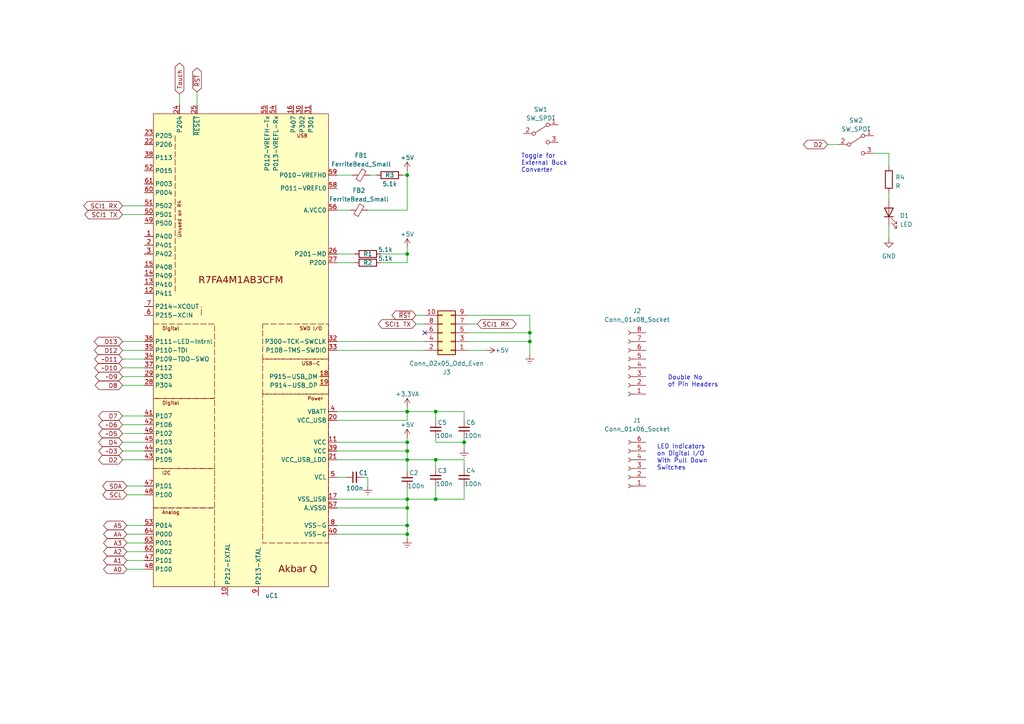
<source format=kicad_sch>
(kicad_sch (version 20250114) (generator "eeschema") (generator_version "9.0")
  (paper "A4")
  (title_block (title "Arduino Uno R4 Development Board") (date "2025-04-24") (rev "0.2") (company "Akbar Q Hardware Design") (comment 1 "WORK IN PROGRESS"))
  (lib_symbols
    (symbol "Connector:Conn_01x06_Socket" (pin_names (offset 1.016) (hide yes))
      (property "Reference" "J" (at 0 7.62 0))
      (property "Value" "Conn_01x06_Socket" (at 0 -10.16 0))
      (symbol "Conn_01x06_Socket_1_1"
        (polyline (pts (xy -1.27 5.08) (xy -0.508 5.08)) (stroke (width 0.1524)))
        (polyline (pts (xy -1.27 2.54) (xy -0.508 2.54)) (stroke (width 0.1524)))
        (polyline (pts (xy -1.27 0) (xy -0.508 0)) (stroke (width 0.1524)))
        (polyline (pts (xy -1.27 -2.54) (xy -0.508 -2.54)) (stroke (width 0.1524)))
        (polyline (pts (xy -1.27 -5.08) (xy -0.508 -5.08)) (stroke (width 0.1524)))
        (polyline (pts (xy -1.27 -7.62) (xy -0.508 -7.62)) (stroke (width 0.1524)))
        (arc (start 0 4.572) (mid -0.5058 5.08) (end 0 5.588) (stroke (width 0.1524)))
        (arc (start 0 2.032) (mid -0.5058 2.54) (end 0 3.048) (stroke (width 0.1524)))
        (arc (start 0 -0.508) (mid -0.5058 0) (end 0 0.508) (stroke (width 0.1524)))
        (arc (start 0 -3.048) (mid -0.5058 -2.54) (end 0 -2.032) (stroke (width 0.1524)))
        (arc (start 0 -5.588) (mid -0.5058 -5.08) (end 0 -4.572) (stroke (width 0.1524)))
        (arc (start 0 -8.128) (mid -0.5058 -7.62) (end 0 -7.112) (stroke (width 0.1524)))
        (pin passive line (at -5.08 5.08 0) (length 3.81) (name "Pin_1") (number "1"))
        (pin passive line (at -5.08 2.54 0) (length 3.81) (name "Pin_2") (number "2"))
        (pin passive line (at -5.08 0 0) (length 3.81) (name "Pin_3") (number "3"))
        (pin passive line (at -5.08 -2.54 0) (length 3.81) (name "Pin_4") (number "4"))
        (pin passive line (at -5.08 -5.08 0) (length 3.81) (name "Pin_5") (number "5"))
        (pin passive line (at -5.08 -7.62 0) (length 3.81) (name "Pin_6") (number "6"))
      )
    )
    (symbol "Connector:Conn_01x08_Socket" (pin_names (offset 1.016) (hide yes))
      (property "Reference" "J" (at 0 10.16 0))
      (property "Value" "Conn_01x08_Socket" (at 0 -12.7 0))
      (symbol "Conn_01x08_Socket_1_1"
        (polyline (pts (xy -1.27 7.62) (xy -0.508 7.62)) (stroke (width 0.1524)))
        (polyline (pts (xy -1.27 5.08) (xy -0.508 5.08)) (stroke (width 0.1524)))
        (polyline (pts (xy -1.27 2.54) (xy -0.508 2.54)) (stroke (width 0.1524)))
        (polyline (pts (xy -1.27 0) (xy -0.508 0)) (stroke (width 0.1524)))
        (polyline (pts (xy -1.27 -2.54) (xy -0.508 -2.54)) (stroke (width 0.1524)))
        (polyline (pts (xy -1.27 -5.08) (xy -0.508 -5.08)) (stroke (width 0.1524)))
        (polyline (pts (xy -1.27 -7.62) (xy -0.508 -7.62)) (stroke (width 0.1524)))
        (polyline (pts (xy -1.27 -10.16) (xy -0.508 -10.16)) (stroke (width 0.1524)))
        (arc (start 0 7.112) (mid -0.5058 7.62) (end 0 8.128) (stroke (width 0.1524)))
        (arc (start 0 4.572) (mid -0.5058 5.08) (end 0 5.588) (stroke (width 0.1524)))
        (arc (start 0 2.032) (mid -0.5058 2.54) (end 0 3.048) (stroke (width 0.1524)))
        (arc (start 0 -0.508) (mid -0.5058 0) (end 0 0.508) (stroke (width 0.1524)))
        (arc (start 0 -3.048) (mid -0.5058 -2.54) (end 0 -2.032) (stroke (width 0.1524)))
        (arc (start 0 -5.588) (mid -0.5058 -5.08) (end 0 -4.572) (stroke (width 0.1524)))
        (arc (start 0 -8.128) (mid -0.5058 -7.62) (end 0 -7.112) (stroke (width 0.1524)))
        (arc (start 0 -10.668) (mid -0.5058 -10.16) (end 0 -9.652) (stroke (width 0.1524)))
        (pin passive line (at -5.08 7.62 0) (length 3.81) (name "Pin_1") (number "1"))
        (pin passive line (at -5.08 5.08 0) (length 3.81) (name "Pin_2") (number "2"))
        (pin passive line (at -5.08 2.54 0) (length 3.81) (name "Pin_3") (number "3"))
        (pin passive line (at -5.08 0 0) (length 3.81) (name "Pin_4") (number "4"))
        (pin passive line (at -5.08 -2.54 0) (length 3.81) (name "Pin_5") (number "5"))
        (pin passive line (at -5.08 -5.08 0) (length 3.81) (name "Pin_6") (number "6"))
        (pin passive line (at -5.08 -7.62 0) (length 3.81) (name "Pin_7") (number "7"))
        (pin passive line (at -5.08 -10.16 0) (length 3.81) (name "Pin_8") (number "8"))
      )
    )
    (symbol "Connector_Generic:Conn_02x05_Odd_Even" (pin_names (offset 1.016) (hide yes))
      (property "Reference" "J" (at 1.27 7.62 0))
      (property "Value" "Conn_02x05_Odd_Even" (at 1.27 -7.62 0))
      (symbol "Conn_02x05_Odd_Even_1_1"
        (rectangle (start -1.27 6.35) (end 3.81 -6.35) (stroke (width 0.254)) (fill (type background)))
        (rectangle (start -1.27 5.207) (end 0 4.953) (stroke (width 0.1524)))
        (rectangle (start -1.27 2.667) (end 0 2.413) (stroke (width 0.1524)))
        (rectangle (start -1.27 0.127) (end 0 -0.127) (stroke (width 0.1524)))
        (rectangle (start -1.27 -2.413) (end 0 -2.667) (stroke (width 0.1524)))
        (rectangle (start -1.27 -4.953) (end 0 -5.207) (stroke (width 0.1524)))
        (rectangle (start 3.81 5.207) (end 2.54 4.953) (stroke (width 0.1524)))
        (rectangle (start 3.81 2.667) (end 2.54 2.413) (stroke (width 0.1524)))
        (rectangle (start 3.81 0.127) (end 2.54 -0.127) (stroke (width 0.1524)))
        (rectangle (start 3.81 -2.413) (end 2.54 -2.667) (stroke (width 0.1524)))
        (rectangle (start 3.81 -4.953) (end 2.54 -5.207) (stroke (width 0.1524)))
        (pin passive line (at -5.08 5.08 0) (length 3.81) (name "Pin_1") (number "1"))
        (pin passive line (at -5.08 2.54 0) (length 3.81) (name "Pin_3") (number "3"))
        (pin passive line (at -5.08 0 0) (length 3.81) (name "Pin_5") (number "5"))
        (pin passive line (at -5.08 -2.54 0) (length 3.81) (name "Pin_7") (number "7"))
        (pin passive line (at -5.08 -5.08 0) (length 3.81) (name "Pin_9") (number "9"))
        (pin passive line (at 7.62 5.08 180) (length 3.81) (name "Pin_2") (number "2"))
        (pin passive line (at 7.62 2.54 180) (length 3.81) (name "Pin_4") (number "4"))
        (pin passive line (at 7.62 0 180) (length 3.81) (name "Pin_6") (number "6"))
        (pin passive line (at 7.62 -2.54 180) (length 3.81) (name "Pin_8") (number "8"))
        (pin passive line (at 7.62 -5.08 180) (length 3.81) (name "Pin_10") (number "10"))
      )
    )
    (symbol "CustomLib:R7FA4M1AB3CFM-UnoR4b"
      (property "Reference" "uC" (at 1.27 20.32 0))
      (symbol "R7FA4M1AB3CFM-UnoR4b_1_0"
        (pin bidirectional line (at -27.94 58.42 0) (length 2.54) (name "P205") (number "23"))
        (pin bidirectional line (at -27.94 55.88 0) (length 2.54) (name "P206") (number "22"))
        (pin bidirectional line (at -27.94 52.07 0) (length 2.54) (name "P113") (number "38"))
        (pin bidirectional line (at -27.94 48.26 0) (length 2.54) (name "P015") (number "52"))
        (pin bidirectional line (at -27.94 44.45 0) (length 2.54) (name "P003") (number "61"))
        (pin bidirectional line (at -27.94 41.91 0) (length 2.54) (name "P004") (number "60"))
        (pin bidirectional line (at -27.94 38.1 0) (length 2.54) (name "P502") (number "51"))
        (pin bidirectional line (at -27.94 35.56 0) (length 2.54) (name "P501") (number "50"))
        (pin bidirectional line (at -27.94 33.02 0) (length 2.54) (name "P500") (number "49"))
        (pin bidirectional line (at -27.94 29.21 0) (length 2.54) (name "P400") (number "1"))
        (pin bidirectional line (at -27.94 26.67 0) (length 2.54) (name "P401") (number "2"))
        (pin bidirectional line (at -27.94 24.13 0) (length 2.54) (name "P402") (number "3"))
        (pin bidirectional line (at -27.94 20.32 0) (length 2.54) (name "P408") (number "15"))
        (pin bidirectional line (at -27.94 17.78 0) (length 2.54) (name "P409") (number "14"))
        (pin bidirectional line (at -27.94 15.24 0) (length 2.54) (name "P410") (number "13"))
        (pin bidirectional line (at -27.94 12.7 0) (length 2.54) (name "P411") (number "12"))
        (pin bidirectional line (at -27.94 8.89 0) (length 2.54) (name "P214-XCOUT") (number "7"))
        (pin bidirectional line (at -27.94 6.35 0) (length 2.54) (name "P215-XCIN") (number "6"))
        (pin bidirectional line (at -27.94 -1.27 0) (length 2.54) (name "P111-LED-Intrnl") (number "36"))
        (pin bidirectional line (at -27.94 -3.81 0) (length 2.54) (name "P110-TDI") (number "35"))
        (pin bidirectional line (at -27.94 -6.35 0) (length 2.54) (name "P109-TDO-SWO") (number "34"))
        (pin bidirectional line (at -27.94 -8.89 0) (length 2.54) (name "P112") (number "37"))
        (pin bidirectional line (at -27.94 -11.43 0) (length 2.54) (name "P303") (number "29"))
        (pin bidirectional line (at -27.94 -13.97 0) (length 2.54) (name "P304") (number "28"))
        (pin bidirectional line (at -27.94 -22.86 0) (length 2.54) (name "P107") (number "41"))
        (pin bidirectional line (at -27.94 -25.4 0) (length 2.54) (name "P106") (number "42"))
        (pin bidirectional line (at -27.94 -27.94 0) (length 2.54) (name "P102") (number "46"))
        (pin bidirectional line (at -27.94 -30.48 0) (length 2.54) (name "P103") (number "45"))
        (pin bidirectional line (at -27.94 -33.02 0) (length 2.54) (name "P104") (number "44"))
        (pin bidirectional line (at -27.94 -35.56 0) (length 2.54) (name "P105") (number "43"))
        (pin bidirectional line (at -27.94 -43.18 0) (length 2.54) (name "P101") (number "47"))
        (pin bidirectional line (at -27.94 -45.72 0) (length 2.54) (name "P100") (number "48"))
        (pin bidirectional line (at -27.94 -54.61 0) (length 2.54) (name "P014") (number "53"))
        (pin bidirectional line (at -27.94 -64.77 0) (length 2.54) (name "P101") (number "47"))
        (pin bidirectional line (at -27.94 -67.31 0) (length 2.54) (name "P100") (number "48"))
        (pin bidirectional line (at -17.78 67.31 270) (length 2.54) (name "P204") (number "24"))
        (pin bidirectional line (at -12.7 67.31 270) (length 2.54) (name "~{RESET}") (number "25"))
        (pin bidirectional line (at -3.81 -74.93 90) (length 2.54) (name "P212-EXTAL") (number "10"))
        (pin bidirectional line (at 5.08 -74.93 90) (length 2.54) (name "P213-XTAL") (number "9"))
        (pin bidirectional line (at 7.62 67.31 270) (length 2.54) (name "P012-VREFH-Tx") (number "55"))
        (pin bidirectional line (at 10.16 67.31 270) (length 2.54) (name "P013-VREFL-Rx") (number "54"))
        (pin bidirectional line (at 15.24 67.31 270) (length 2.54) (name "P407") (number "16"))
        (pin bidirectional line (at 17.78 67.31 270) (length 2.54) (name "P302") (number "30"))
        (pin bidirectional line (at 20.32 67.31 270) (length 2.54) (name "P301") (number "31"))
        (pin bidirectional line (at 25.4 -11.43 180) (length 2.54) (name "P915-USB_DM") (number "18"))
        (pin bidirectional line (at 25.4 -13.97 180) (length 2.54) (name "P914-USB_DP") (number "19"))
        (pin bidirectional line (at 27.94 46.99 180) (length 2.54) (name "P010-VREFH0") (number "59"))
        (pin bidirectional line (at 27.94 43.18 180) (length 2.54) (name "P011-VREFL0") (number "58"))
        (pin bidirectional line (at 27.94 36.83 180) (length 2.54) (name "A.VCC0") (number "56"))
        (pin bidirectional line (at 27.94 24.13 180) (length 2.54) (name "P201-MD") (number "26"))
        (pin bidirectional line (at 27.94 21.59 180) (length 2.54) (name "P200") (number "27"))
        (pin bidirectional line (at 27.94 -1.27 180) (length 2.54) (name "P300-TCK-SWCLK") (number "32"))
        (pin bidirectional line (at 27.94 -3.81 180) (length 2.54) (name "P108-TMS-SWDIO") (number "33"))
        (pin power_in line (at 27.94 -21.59 180) (length 2.54) (name "VBATT") (number "4"))
        (pin bidirectional line (at 27.94 -24.13 180) (length 2.54) (name "VCC_USB") (number "20"))
        (pin power_in line (at 27.94 -30.48 180) (length 2.54) (name "VCC") (number "11"))
        (pin power_out line (at 27.94 -33.02 180) (length 2.54) (name "VCC") (number "39"))
        (pin bidirectional line (at 27.94 -35.56 180) (length 2.54) (name "VCC_USB_LDO") (number "21"))
        (pin power_in line (at 27.94 -40.64 180) (length 2.54) (name "VCL") (number "5"))
        (pin bidirectional line (at 27.94 -46.99 180) (length 2.54) (name "VSS_USB") (number "17"))
        (pin bidirectional line (at 27.94 -49.53 180) (length 2.54) (name "A.VSS0") (number "57"))
        (pin power_out line (at 27.94 -54.61 180) (length 2.54) (name "VSS-G") (number "8"))
        (pin bidirectional line (at 27.94 -57.15 180) (length 2.54) (name "VSS-G") (number "40"))
      )
      (symbol "R7FA4M1AB3CFM-UnoR4b_1_1"
        (rectangle (start -25.4 64.77) (end 25.4 -72.39) (fill (type background)))
        (rectangle (start -25.4 3.81) (end -7.62 -17.78) (stroke (width 0) (type dash)))
        (rectangle (start -25.4 -17.78) (end -7.62 -38.1) (stroke (width 0) (type dash)))
        (rectangle (start -25.4 -38.1) (end -7.62 -49.53) (stroke (width 0) (type dash)))
        (rectangle (start -25.4 -49.53) (end -7.62 -72.39) (stroke (width 0) (type dash)))
        (polyline (pts (xy -19.05 58.42) (xy -19.05 12.7) (xy -19.05 12.7)))
        (polyline (pts (xy -11.43 6.35) (xy -11.43 8.89)))
        (rectangle (start 6.35 3.81) (end 25.4 -6.35) (stroke (width 0) (type dash)))
        (rectangle (start 6.35 -6.35) (end 25.4 -16.51) (stroke (width 0) (type dash)))
        (rectangle (start 6.35 -16.51) (end 25.4 -59.69) (stroke (width 0) (type dash)))
        (text "I2C\n" (at -21.59 -39.37 0) (effects (font (size 1 1))))
        (text "Digital" (at -20.32 2.54 0) (effects (font (size 1 1))))
        (text "Digital" (at -20.32 -19.05 0) (effects (font (size 1 1))))
        (text "Analog" (at -20.32 -50.8 0) (effects (font (size 1 1))))
        (text "Unused on R4" (at -17.78 34.29 900) (effects (font (size 1 1))))
        (text "R7FA4M1AB3CFM" (at 0 16.51 0) (effects (font (size 2 2))))
        (text "Akbar Q" (at 16.51 -67.31 0) (effects (font (size 2 2))))
        (text "USB" (at 17.78 58.42 0) (effects (font (size 1 1))))
        (text "SWD I/O" (at 20.32 2.54 0) (effects (font (size 1 1))))
        (text "USB-C" (at 20.32 -7.62 0) (effects (font (size 1 1))))
        (text "Power" (at 21.59 -17.78 0) (effects (font (size 1 1))))
        (pin bidirectional line (at -27.94 -57.15 0) (length 2.54) (name "P000") (number "64"))
        (pin bidirectional line (at -27.94 -59.69 0) (length 2.54) (name "P001") (number "63"))
        (pin bidirectional line (at -27.94 -62.23 0) (length 2.54) (name "P002") (number "62"))
      )
    )
    (symbol "Device:C_Small" (pin_numbers (hide yes)) (pin_names (offset 0.254) (hide yes))
      (property "Reference" "C" (at 0.254 1.778 0))
      (property "Value" "C_Small" (at 0.254 -2.032 0))
      (symbol "C_Small_0_1"
        (polyline (pts (xy -1.524 0.508) (xy 1.524 0.508)) (stroke (width 0.3048)))
        (polyline (pts (xy -1.524 -0.508) (xy 1.524 -0.508)) (stroke (width 0.3302)))
      )
      (symbol "C_Small_1_1"
        (pin passive line (at 0 2.54 270) (length 2.032) (name "~") (number "1"))
        (pin passive line (at 0 -2.54 90) (length 2.032) (name "~") (number "2"))
      )
    )
    (symbol "Device:FerriteBead_Small" (pin_numbers (hide yes)) (pin_names (offset 0))
      (property "Reference" "FB" (at 1.905 1.27 0))
      (property "Value" "FerriteBead_Small" (at 1.905 -1.27 0))
      (symbol "FerriteBead_Small_0_1"
        (polyline (pts (xy -1.8288 0.2794) (xy -1.1176 1.4986) (xy 1.8288 -0.2032) (xy 1.1176 -1.4224) (xy -1.8288 0.2794)))
        (polyline (pts (xy 0 0.889) (xy 0 1.2954)))
        (polyline (pts (xy 0 -1.27) (xy 0 -0.7874)))
      )
      (symbol "FerriteBead_Small_1_1"
        (pin passive line (at 0 2.54 270) (length 1.27) (name "~") (number "1"))
        (pin passive line (at 0 -2.54 90) (length 1.27) (name "~") (number "2"))
      )
    )
    (symbol "Device:LED" (pin_numbers (hide yes)) (pin_names (offset 1.016) (hide yes))
      (property "Reference" "D" (at 0 2.54 0))
      (property "Value" "LED" (at 0 -2.54 0))
      (symbol "LED_0_1"
        (polyline (pts (xy -3.048 -0.762) (xy -4.572 -2.286) (xy -3.81 -2.286) (xy -4.572 -2.286) (xy -4.572 -1.524)))
        (polyline (pts (xy -1.778 -0.762) (xy -3.302 -2.286) (xy -2.54 -2.286) (xy -3.302 -2.286) (xy -3.302 -1.524)))
        (polyline (pts (xy -1.27 0) (xy 1.27 0)))
        (polyline (pts (xy -1.27 -1.27) (xy -1.27 1.27)) (stroke (width 0.254)))
        (polyline (pts (xy 1.27 -1.27) (xy 1.27 1.27) (xy -1.27 0) (xy 1.27 -1.27)) (stroke (width 0.254)))
      )
      (symbol "LED_1_1"
        (pin passive line (at -3.81 0 0) (length 2.54) (name "K") (number "1"))
        (pin passive line (at 3.81 0 180) (length 2.54) (name "A") (number "2"))
      )
    )
    (symbol "Device:R" (pin_numbers (hide yes)) (pin_names (offset 0))
      (property "Reference" "R" (at 2.032 0 90))
      (property "Value" "R" (at 0 0 90))
      (symbol "R_0_1"
        (rectangle (start -1.016 -2.54) (end 1.016 2.54) (stroke (width 0.254)))
      )
      (symbol "R_1_1"
        (pin passive line (at 0 3.81 270) (length 1.27) (name "~") (number "1"))
        (pin passive line (at 0 -3.81 90) (length 1.27) (name "~") (number "2"))
      )
    )
    (symbol "Switch:SW_SPDT" (pin_names (offset 0) (hide yes))
      (property "Reference" "SW" (at 0 4.318 0))
      (property "Value" "SW_SPDT" (at 0 -5.08 0))
      (symbol "SW_SPDT_0_0"
        (circle (center -2.032 0) (radius 0.508))
        (circle (center 2.032 -2.54) (radius 0.508))
      )
      (symbol "SW_SPDT_0_1"
        (polyline (pts (xy -1.524 0.254) (xy 1.651 2.286)))
        (circle (center 2.032 2.54) (radius 0.508))
      )
      (symbol "SW_SPDT_1_1"
        (pin passive line (at -5.08 0 0) (length 2.54) (name "B") (number "2"))
        (pin passive line (at 5.08 2.54 180) (length 2.54) (name "A") (number "1"))
        (pin passive line (at 5.08 -2.54 180) (length 2.54) (name "C") (number "3"))
      )
    )
    (symbol "power:+3.3VA" (power) (pin_names (offset 0))
      (property "Value" "+3.3VA" (at 0 3.556 0))
      (symbol "+3.3VA_0_1"
        (polyline (pts (xy -0.762 1.27) (xy 0 2.54)))
        (polyline (pts (xy 0 2.54) (xy 0.762 1.27)))
        (polyline (pts (xy 0 0) (xy 0 2.54)))
      )
      (symbol "+3.3VA_1_1"
        (pin power_in line (at 0 0 90) (length 0) (hide yes) (name "+3.3VA") (number "1"))
      )
    )
    (symbol "power:+5V" (power) (pin_names (offset 0))
      (property "Value" "+5V" (at 0 3.556 0))
      (symbol "+5V_0_1"
        (polyline (pts (xy -0.762 1.27) (xy 0 2.54)))
        (polyline (pts (xy 0 2.54) (xy 0.762 1.27)))
        (polyline (pts (xy 0 0) (xy 0 2.54)))
      )
      (symbol "+5V_1_1"
        (pin power_in line (at 0 0 90) (length 0) (hide yes) (name "+5V") (number "1"))
      )
    )
    (symbol "power:Earth" (power) (pin_names (offset 0))
      (symbol "Earth_0_1"
        (polyline (pts (xy -0.635 -1.905) (xy 0.635 -1.905)))
        (polyline (pts (xy -0.127 -2.54) (xy 0.127 -2.54)))
        (polyline (pts (xy 0 -1.27) (xy 0 0)))
        (polyline (pts (xy 1.27 -1.27) (xy -1.27 -1.27)))
      )
      (symbol "Earth_1_1"
        (pin power_in line (at 0 0 270) (length 0) (hide yes) (name "Earth") (number "1"))
      )
    )
    (symbol "power:GND" (power) (pin_names (offset 0))
      (property "Value" "GND" (at 0 -3.81 0))
      (symbol "GND_0_1"
        (polyline (pts (xy 0 0) (xy 0 -1.27) (xy 1.27 -1.27) (xy 0 -2.54) (xy -1.27 -1.27) (xy 0 -1.27)))
      )
      (symbol "GND_1_1"
        (pin power_in line (at 0 0 270) (length 0) (hide yes) (name "GND") (number "1"))
      )
    )
  )
  (text "Toggle for\nExternal Buck\nConverter" (at 151.13 50.165 0) (effects (font (size 1.27 1.27)) (justify left bottom)))
  (text "Double No\nof Pin Headers" (at 193.675 112.395 0) (effects (font (size 1.27 1.27)) (justify left bottom)))
  (text "LED Indicators\non Digital I/O\nWith Pull Down\nSwitches" (at 190.5 136.525 0) (effects (font (size 1.27 1.27)) (justify left bottom)))
  (junction (at 118.11 130.81))
  (junction (at 126.365 119.38))
  (junction (at 134.62 128.27))
  (junction (at 118.11 152.4))
  (junction (at 118.11 133.35))
  (junction (at 118.11 144.78))
  (junction (at 118.11 73.66))
  (junction (at 118.11 147.32))
  (junction (at 126.365 133.35))
  (junction (at 153.67 96.52))
  (junction (at 118.11 119.38))
  (junction (at 118.11 50.8))
  (junction (at 153.67 99.06))
  (junction (at 118.11 154.94))
  (junction (at 118.11 128.27))
  (junction (at 126.365 144.78))
  (no_connect (at 123.19 96.52))
  (wire (pts (xy 52.07 27.305) (xy 52.07 30.48)))
  (wire (pts (xy 97.79 128.27) (xy 118.11 128.27)))
  (wire (pts (xy 35.56 133.35) (xy 41.91 133.35)))
  (wire (pts (xy 35.56 104.14) (xy 41.91 104.14)))
  (wire (pts (xy 35.56 130.81) (xy 41.91 130.81)))
  (wire (pts (xy 126.365 144.78) (xy 118.11 144.78)))
  (wire (pts (xy 118.11 144.78) (xy 118.11 147.32)))
  (wire (pts (xy 134.62 128.27) (xy 134.62 130.175)))
  (wire (pts (xy 97.79 154.94) (xy 118.11 154.94)))
  (wire (pts (xy 106.68 60.96) (xy 118.11 60.96)))
  (wire (pts (xy 135.89 93.98) (xy 138.43 93.98)))
  (wire (pts (xy 35.56 128.27) (xy 41.91 128.27)))
  (wire (pts (xy 97.79 119.38) (xy 118.11 119.38)))
  (wire (pts (xy 118.11 128.27) (xy 118.11 127)))
  (wire (pts (xy 135.89 101.6) (xy 140.97 101.6)))
  (wire (pts (xy 97.79 60.96) (xy 101.6 60.96)))
  (wire (pts (xy 97.79 144.78) (xy 118.11 144.78)))
  (wire (pts (xy 35.56 120.65) (xy 41.91 120.65)))
  (wire (pts (xy 35.56 109.22) (xy 41.91 109.22)))
  (wire (pts (xy 118.11 141.605) (xy 118.11 144.78)))
  (wire (pts (xy 134.62 135.89) (xy 134.62 133.35)))
  (wire (pts (xy 118.11 60.96) (xy 118.11 50.8)))
  (wire (pts (xy 118.11 49.53) (xy 118.11 50.8)))
  (wire (pts (xy 257.81 48.26) (xy 257.81 44.45)))
  (wire (pts (xy 135.89 91.44) (xy 153.67 91.44)))
  (wire (pts (xy 257.81 65.405) (xy 257.81 69.215)))
  (wire (pts (xy 153.67 96.52) (xy 153.67 99.06)))
  (wire (pts (xy 257.81 55.88) (xy 257.81 57.785)))
  (wire (pts (xy 134.62 144.78) (xy 126.365 144.78)))
  (wire (pts (xy 35.56 111.76) (xy 41.91 111.76)))
  (wire (pts (xy 97.79 76.2) (xy 102.87 76.2)))
  (wire (pts (xy 97.79 99.06) (xy 123.19 99.06)))
  (wire (pts (xy 97.79 138.43) (xy 100.33 138.43)))
  (wire (pts (xy 134.62 140.97) (xy 134.62 144.78)))
  (wire (pts (xy 240.03 41.91) (xy 243.205 41.91)))
  (wire (pts (xy 36.83 162.56) (xy 41.91 162.56)))
  (wire (pts (xy 35.56 101.6) (xy 41.91 101.6)))
  (wire (pts (xy 97.79 133.35) (xy 118.11 133.35)))
  (wire (pts (xy 134.62 127) (xy 134.62 128.27)))
  (wire (pts (xy 118.11 152.4) (xy 118.11 154.94)))
  (wire (pts (xy 116.84 50.8) (xy 118.11 50.8)))
  (wire (pts (xy 36.83 154.94) (xy 41.91 154.94)))
  (wire (pts (xy 126.365 128.27) (xy 134.62 128.27)))
  (wire (pts (xy 36.83 140.97) (xy 41.91 140.97)))
  (wire (pts (xy 57.15 26.67) (xy 57.15 30.48)))
  (wire (pts (xy 97.79 130.81) (xy 118.11 130.81)))
  (wire (pts (xy 118.11 118.11) (xy 118.11 119.38)))
  (wire (pts (xy 120.65 93.98) (xy 123.19 93.98)))
  (wire (pts (xy 97.79 73.66) (xy 102.87 73.66)))
  (wire (pts (xy 118.11 119.38) (xy 118.11 121.92)))
  (wire (pts (xy 126.365 133.35) (xy 126.365 135.89)))
  (wire (pts (xy 36.83 157.48) (xy 41.91 157.48)))
  (wire (pts (xy 118.11 133.35) (xy 118.11 130.81)))
  (wire (pts (xy 36.83 152.4) (xy 41.91 152.4)))
  (wire (pts (xy 110.49 76.2) (xy 118.11 76.2)))
  (wire (pts (xy 35.56 106.68) (xy 41.91 106.68)))
  (wire (pts (xy 118.11 73.66) (xy 118.11 76.2)))
  (wire (pts (xy 110.49 73.66) (xy 118.11 73.66)))
  (wire (pts (xy 35.56 99.06) (xy 41.91 99.06)))
  (wire (pts (xy 97.79 152.4) (xy 118.11 152.4)))
  (wire (pts (xy 153.67 91.44) (xy 153.67 96.52)))
  (wire (pts (xy 126.365 140.97) (xy 126.365 144.78)))
  (wire (pts (xy 36.83 165.1) (xy 41.91 165.1)))
  (wire (pts (xy 118.11 71.755) (xy 118.11 73.66)))
  (wire (pts (xy 257.81 44.45) (xy 253.365 44.45)))
  (wire (pts (xy 126.365 119.38) (xy 118.11 119.38)))
  (wire (pts (xy 126.365 121.92) (xy 126.365 119.38)))
  (wire (pts (xy 97.79 50.8) (xy 102.235 50.8)))
  (wire (pts (xy 36.83 143.51) (xy 41.91 143.51)))
  (wire (pts (xy 120.65 91.44) (xy 123.19 91.44)))
  (wire (pts (xy 118.11 154.94) (xy 118.11 156.21)))
  (wire (pts (xy 135.89 96.52) (xy 153.67 96.52)))
  (wire (pts (xy 126.365 133.35) (xy 118.11 133.35)))
  (wire (pts (xy 105.41 138.43) (xy 106.68 138.43)))
  (wire (pts (xy 153.67 99.06) (xy 153.67 102.87)))
  (wire (pts (xy 118.11 133.35) (xy 118.11 136.525)))
  (wire (pts (xy 126.365 127) (xy 126.365 128.27)))
  (wire (pts (xy 97.79 101.6) (xy 123.19 101.6)))
  (wire (pts (xy 134.62 121.92) (xy 134.62 119.38)))
  (wire (pts (xy 118.11 147.32) (xy 118.11 152.4)))
  (wire (pts (xy 106.68 138.43) (xy 106.68 140.97)))
  (wire (pts (xy 36.83 160.02) (xy 41.91 160.02)))
  (wire (pts (xy 35.56 123.19) (xy 41.91 123.19)))
  (wire (pts (xy 35.56 125.73) (xy 41.91 125.73)))
  (wire (pts (xy 134.62 119.38) (xy 126.365 119.38)))
  (wire (pts (xy 118.11 130.81) (xy 118.11 128.27)))
  (wire (pts (xy 107.315 50.8) (xy 109.22 50.8)))
  (wire (pts (xy 97.79 147.32) (xy 118.11 147.32)))
  (wire (pts (xy 134.62 133.35) (xy 126.365 133.35)))
  (wire (pts (xy 97.79 121.92) (xy 118.11 121.92)))
  (wire (pts (xy 135.89 99.06) (xy 153.67 99.06)))
  (wire (pts (xy 35.56 62.23) (xy 41.91 62.23)))
  (wire (pts (xy 35.56 59.69) (xy 41.91 59.69)))
  (global_label "~{RST}" (shape bidirectional) (at 120.65 91.44 180) (property "Intersheetrefs" "${INTERSHEET_REFS}" (effects (hide yes))))
  (global_label " D13" (shape bidirectional) (at 35.56 99.06 180) (property "Intersheetrefs" "${INTERSHEET_REFS}" (effects (hide yes))))
  (global_label " A4" (shape bidirectional) (at 36.83 154.94 180) (property "Intersheetrefs" "${INTERSHEET_REFS}" (effects (hide yes))))
  (global_label " D4" (shape bidirectional) (at 35.56 128.27 180) (property "Intersheetrefs" "${INTERSHEET_REFS}" (effects (hide yes))))
  (global_label "SCI1 TX" (shape bidirectional) (at 35.56 62.23 180) (property "Intersheetrefs" "${INTERSHEET_REFS}" (effects (hide yes))))
  (global_label "SCI1 TX" (shape bidirectional) (at 120.65 93.98 180) (property "Intersheetrefs" "${INTERSHEET_REFS}" (effects (hide yes))))
  (global_label " A0" (shape bidirectional) (at 36.83 165.1 180) (property "Intersheetrefs" "${INTERSHEET_REFS}" (effects (hide yes))))
  (global_label "Touch" (shape bidirectional) (at 52.07 27.305 90) (property "Intersheetrefs" "${INTERSHEET_REFS}" (effects (hide yes))))
  (global_label "~D11" (shape bidirectional) (at 35.56 104.14 180) (property "Intersheetrefs" "${INTERSHEET_REFS}" (effects (hide yes))))
  (global_label "~D6" (shape bidirectional) (at 35.56 123.19 180) (property "Intersheetrefs" "${INTERSHEET_REFS}" (effects (hide yes))))
  (global_label " D7" (shape bidirectional) (at 35.56 120.65 180) (property "Intersheetrefs" "${INTERSHEET_REFS}" (effects (hide yes))))
  (global_label "~{RST}" (shape bidirectional) (at 57.15 26.67 90) (property "Intersheetrefs" "${INTERSHEET_REFS}" (effects (hide yes))))
  (global_label "  D8" (shape bidirectional) (at 35.56 111.76 180) (property "Intersheetrefs" "${INTERSHEET_REFS}" (effects (hide yes))))
  (global_label "SCI1 RX" (shape bidirectional) (at 35.56 59.69 180) (property "Intersheetrefs" "${INTERSHEET_REFS}" (effects (hide yes))))
  (global_label " D2" (shape bidirectional) (at 240.03 41.91 180) (property "Intersheetrefs" "${INTERSHEET_REFS}" (effects (hide yes))))
  (global_label "~D10" (shape bidirectional) (at 35.56 106.68 180) (property "Intersheetrefs" "${INTERSHEET_REFS}" (effects (hide yes))))
  (global_label "SDA" (shape bidirectional) (at 36.83 140.97 180) (property "Intersheetrefs" "${INTERSHEET_REFS}" (effects (hide yes))))
  (global_label "~D3" (shape bidirectional) (at 35.56 130.81 180) (property "Intersheetrefs" "${INTERSHEET_REFS}" (effects (hide yes))))
  (global_label " D2" (shape bidirectional) (at 35.56 133.35 180) (property "Intersheetrefs" "${INTERSHEET_REFS}" (effects (hide yes))))
  (global_label "~D5" (shape bidirectional) (at 35.56 125.73 180) (property "Intersheetrefs" "${INTERSHEET_REFS}" (effects (hide yes))))
  (global_label "SCL" (shape bidirectional) (at 36.83 143.51 180) (property "Intersheetrefs" "${INTERSHEET_REFS}" (effects (hide yes))))
  (global_label " A1" (shape bidirectional) (at 36.83 162.56 180) (property "Intersheetrefs" "${INTERSHEET_REFS}" (effects (hide yes))))
  (global_label " A3" (shape bidirectional) (at 36.83 157.48 180) (property "Intersheetrefs" "${INTERSHEET_REFS}" (effects (hide yes))))
  (global_label "SCI1 RX" (shape bidirectional) (at 138.43 93.98 0) (property "Intersheetrefs" "${INTERSHEET_REFS}" (effects (hide yes))))
  (global_label " ~D9" (shape bidirectional) (at 35.56 109.22 180) (property "Intersheetrefs" "${INTERSHEET_REFS}" (effects (hide yes))))
  (global_label " A2" (shape bidirectional) (at 36.83 160.02 180) (property "Intersheetrefs" "${INTERSHEET_REFS}" (effects (hide yes))))
  (global_label " A5" (shape bidirectional) (at 36.83 152.4 180) (property "Intersheetrefs" "${INTERSHEET_REFS}" (effects (hide yes))))
  (global_label " D12" (shape bidirectional) (at 35.56 101.6 180) (property "Intersheetrefs" "${INTERSHEET_REFS}" (effects (hide yes))))
  (symbol (lib_id "power:Earth") (at 134.62 130.175 0) (unit 1)
    (property "Reference" "#PWR09" (effects (hide yes)))
    (property "Value" "Earth" (effects (hide yes)))
  )
  (symbol (lib_id "Connector:Conn_01x08_Socket") (at 182.245 106.68 180) (unit 1)
    (property "Reference" "J2" (at 184.785 90.17 0))
    (property "Value" "Conn_01x08_Socket" (at 184.785 92.71 0))
    (property "Footprint" "Connector_PinHeader_2.54mm:PinHeader_1x08_P2.54mm_Vertical" (effects (hide yes)))
  )
  (symbol (lib_id "Device:C_Small") (at 134.62 138.43 180) (unit 1)
    (property "Reference" "C4" (at 136.525 136.525 0))
    (property "Value" "100n" (at 137.16 140.335 0))
  )
  (symbol (lib_id "Device:C_Small") (at 126.365 124.46 180) (unit 1)
    (property "Reference" "C5" (at 128.27 122.555 0))
    (property "Value" "100n" (at 128.905 126.365 0))
  )
  (symbol (lib_id "power:+5V") (at 140.97 101.6 270) (unit 1)
    (property "Reference" "#PWR02" (effects (hide yes)))
    (property "Value" "+5V" (at 143.51 101.6 90) (effects (justify left)))
  )
  (symbol (lib_id "Device:C_Small") (at 126.365 138.43 180) (unit 1)
    (property "Reference" "C3" (at 128.27 136.525 0))
    (property "Value" "100n" (at 128.905 140.335 0))
  )
  (symbol (lib_id "Switch:SW_SPDT") (at 156.845 38.735 0) (unit 1)
    (property "Reference" "SW1" (at 156.845 31.75 0))
    (property "Value" "SW_SPDT" (at 156.845 34.29 0))
  )
  (symbol (lib_id "power:GND") (at 257.81 69.215 0) (unit 1)
    (property "Reference" "#PWR010" (effects (hide yes)))
    (property "Value" "GND" (at 257.81 74.295 0))
  )
  (symbol (lib_id "power:Earth") (at 118.11 156.21 0) (unit 1)
    (property "Reference" "#PWR03" (effects (hide yes)))
    (property "Value" "Earth" (effects (hide yes)))
  )
  (symbol (lib_id "Connector:Conn_01x06_Socket") (at 182.245 135.89 180) (unit 1)
    (property "Reference" "J1" (at 184.785 121.92 0))
    (property "Value" "Conn_01x06_Socket" (at 184.785 124.46 0))
    (property "Footprint" "Connector_PinSocket_2.54mm:PinSocket_1x06_P2.54mm_Vertical" (effects (hide yes)))
  )
  (symbol (lib_id "Device:C_Small") (at 118.11 139.065 180) (unit 1)
    (property "Reference" "C2" (at 120.015 137.16 0))
    (property "Value" "100n" (at 120.65 140.97 0))
  )
  (symbol (lib_id "Device:R") (at 113.03 50.8 90) (unit 1)
    (property "Reference" "R3" (at 113.03 50.8 90))
    (property "Value" "5.1k" (at 113.03 53.34 90))
  )
  (symbol (lib_id "CustomLib:R7FA4M1AB3CFM-UnoR4b") (at 69.85 97.79 0) (unit 1) (exclude_from_sim yes)
    (property "Reference" "uC1" (at 76.8859 172.72 0) (effects (justify left)))
    (property "Value" "R7FA4M1AB3CFM" (effects (hide yes)))
    (property "Footprint" "Package_QFP:LQFP-64_10x10mm_P0.5mm" (effects (hide yes)))
    (property "Datasheet" "https://eu.mouser.com/datasheet/2/698/REN_r01ds0355ej0100_ra4m1_DST_20191008-1999414.pdf" (effects (hide yes)))
  )
  (symbol (lib_id "Device:R") (at 257.81 52.07 0) (unit 1)
    (property "Reference" "R4" (at 259.715 51.435 0) (effects (justify left)))
    (property "Value" "R" (at 259.715 53.975 0) (effects (justify left)))
  )
  (symbol (lib_id "power:Earth") (at 106.68 140.97 0) (unit 1)
    (property "Reference" "#PWR04" (effects (hide yes)))
    (property "Value" "Earth" (effects (hide yes)))
  )
  (symbol (lib_id "Device:C_Small") (at 134.62 124.46 180) (unit 1)
    (property "Reference" "C6" (at 136.525 122.555 0))
    (property "Value" "100n" (at 137.16 126.365 0))
  )
  (symbol (lib_id "Device:FerriteBead_Small") (at 104.14 60.96 90) (unit 1)
    (property "Reference" "FB2" (at 104.1019 55.245 90))
    (property "Value" "FerriteBead_Small" (at 104.1019 57.785 90))
  )
  (symbol (lib_id "Device:LED") (at 257.81 61.595 90) (unit 1)
    (property "Reference" "D1" (at 260.985 62.5475 90) (effects (justify right)))
    (property "Value" "LED" (at 260.985 65.0875 90) (effects (justify right)))
  )
  (symbol (lib_id "Device:R") (at 106.68 76.2 90) (unit 1)
    (property "Reference" "R2" (at 106.68 76.2 90))
    (property "Value" "5.1k" (at 111.76 72.39 90))
  )
  (symbol (lib_id "Device:FerriteBead_Small") (at 104.775 50.8 90) (unit 1)
    (property "Reference" "FB1" (at 104.7369 45.085 90))
    (property "Value" "FerriteBead_Small" (at 104.7369 47.625 90))
  )
  (symbol (lib_id "Connector_Generic:Conn_02x05_Odd_Even") (at 130.81 96.52 180) (unit 1)
    (property "Reference" "J3" (at 129.54 107.95 0))
    (property "Value" "Conn_02x05_Odd_Even" (at 129.54 105.41 0))
    (property "Footprint" "Connector_PinHeader_2.54mm:PinHeader_2x05_P2.54mm_Vertical" (effects (hide yes)))
  )
  (symbol (lib_id "power:Earth") (at 153.67 102.87 0) (unit 1)
    (property "Reference" "#PWR01" (effects (hide yes)))
    (property "Value" "Earth" (effects (hide yes)))
  )
  (symbol (lib_id "Device:C_Small") (at 102.87 138.43 90) (unit 1)
    (property "Reference" "C1" (at 105.41 137.16 90))
    (property "Value" "100n" (at 102.87 141.605 90))
  )
  (symbol (lib_id "power:+5V") (at 118.11 49.53 0) (unit 1)
    (property "Reference" "#PWR08" (effects (hide yes)))
    (property "Value" "+5V" (at 118.11 45.72 0))
  )
  (symbol (lib_id "Switch:SW_SPDT") (at 248.285 41.91 0) (unit 1)
    (property "Reference" "SW2" (at 248.285 34.925 0))
    (property "Value" "SW_SPDT" (at 248.285 37.465 0))
  )
  (symbol (lib_id "power:+5V") (at 118.11 71.755 0) (unit 1)
    (property "Reference" "#PWR07" (effects (hide yes)))
    (property "Value" "+5V" (at 118.11 67.945 0))
  )
  (symbol (lib_id "power:+5V") (at 118.11 127 0) (unit 1)
    (property "Reference" "#PWR05" (effects (hide yes)))
    (property "Value" "+5V" (at 118.11 123.19 0))
  )
  (symbol (lib_id "power:+3.3VA") (at 118.11 118.11 0) (unit 1)
    (property "Reference" "#PWR06" (effects (hide yes)))
    (property "Value" "+3.3VA" (at 118.11 114.3 0))
  )
  (symbol (lib_id "Device:R") (at 106.68 73.66 90) (unit 1)
    (property "Reference" "R1" (at 106.68 73.66 90))
    (property "Value" "5.1k" (at 111.76 74.93 90))
  )
)
</source>
